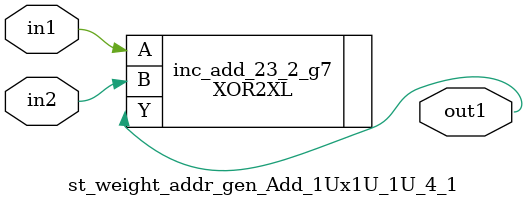
<source format=v>
`timescale 1ps / 1ps


module st_weight_addr_gen_Add_1Ux1U_1U_4_1(in2, in1, out1);
  input in2, in1;
  output out1;
  wire in2, in1;
  wire out1;
  XOR2XL inc_add_23_2_g7(.A (in1), .B (in2), .Y (out1));
endmodule



</source>
